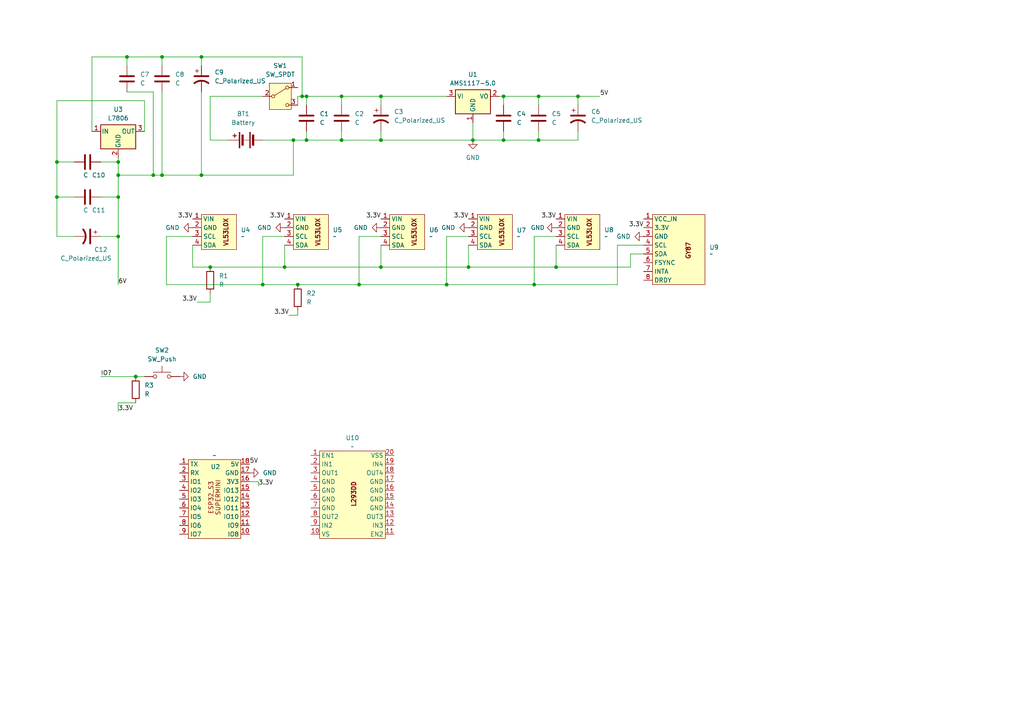
<source format=kicad_sch>
(kicad_sch (version 20231120) (generator "eeschema") (generator_version "8.0")
  (paper "A4")
  (lib_symbols
    (symbol "Device:Battery" (pin_numbers hide) (pin_names (offset 0) hide)
      (property "Reference" "BT" (at 2.54 2.54 0))
      (property "Value" "Battery" (at 2.54 0 0))
      (symbol "Battery_0_1"
        (rectangle (start -2.286 -1.27) (end 2.286 -1.524) (fill (type outline)))
        (rectangle (start -2.286 1.778) (end 2.286 1.524) (fill (type outline)))
        (rectangle (start -1.524 -2.032) (end 1.524 -2.54) (fill (type outline)))
        (rectangle (start -1.524 1.016) (end 1.524 0.508) (fill (type outline)))
        (polyline (pts (xy 0 -1.016) (xy 0 -0.762)))
        (polyline (pts (xy 0 -0.508) (xy 0 -0.254)))
        (polyline (pts (xy 0 0) (xy 0 0.254)))
        (polyline (pts (xy 0 1.778) (xy 0 2.54)))
        (polyline (pts (xy 0.762 3.048) (xy 1.778 3.048)) (stroke (width 0.254)))
        (polyline (pts (xy 1.27 3.556) (xy 1.27 2.54)) (stroke (width 0.254)))
      )
      (symbol "Battery_1_1"
        (pin passive line (at 0 5.08 270) (length 2.54) (name "+") (number "1"))
        (pin passive line (at 0 -5.08 90) (length 2.54) (name "-") (number "2"))
      )
    )
    (symbol "Device:C" (pin_numbers hide) (pin_names (offset 0.254))
      (property "Reference" "C" (at 0.635 2.54 0))
      (property "Value" "C" (at 0.635 -2.54 0))
      (symbol "C_0_1"
        (polyline (pts (xy -2.032 -0.762) (xy 2.032 -0.762)) (stroke (width 0.508)))
        (polyline (pts (xy -2.032 0.762) (xy 2.032 0.762)) (stroke (width 0.508)))
      )
      (symbol "C_1_1"
        (pin passive line (at 0 3.81 270) (length 2.794) (name "~") (number "1"))
        (pin passive line (at 0 -3.81 90) (length 2.794) (name "~") (number "2"))
      )
    )
    (symbol "Device:C_Polarized_US" (pin_numbers hide) (pin_names (offset 0.254) hide)
      (property "Reference" "C" (at 0.635 2.54 0))
      (property "Value" "C_Polarized_US" (at 0.635 -2.54 0))
      (symbol "C_Polarized_US_0_1"
        (polyline (pts (xy -2.032 0.762) (xy 2.032 0.762)) (stroke (width 0.508)))
        (polyline (pts (xy -1.778 2.286) (xy -0.762 2.286)))
        (polyline (pts (xy -1.27 1.778) (xy -1.27 2.794)))
        (arc (start 2.032 -1.27) (mid 0 -0.5572) (end -2.032 -1.27) (stroke (width 0.508)))
      )
      (symbol "C_Polarized_US_1_1"
        (pin passive line (at 0 3.81 270) (length 2.794) (name "~") (number "1"))
        (pin passive line (at 0 -3.81 90) (length 3.302) (name "~") (number "2"))
      )
    )
    (symbol "Device:R" (pin_numbers hide) (pin_names (offset 0))
      (property "Reference" "R" (at 2.032 0 90))
      (property "Value" "R" (at 0 0 90))
      (symbol "R_0_1"
        (rectangle (start -1.016 -2.54) (end 1.016 2.54) (stroke (width 0.254)))
      )
      (symbol "R_1_1"
        (pin passive line (at 0 3.81 270) (length 1.27) (name "~") (number "1"))
        (pin passive line (at 0 -3.81 90) (length 1.27) (name "~") (number "2"))
      )
    )
    (symbol "GY87:GY87"
      (property "Reference" "U" (at 12.446 -0.508 0))
      (symbol "GY87_0_0"
        (pin input line (at 0 0 0) (length 2.54) (name "VCC_IN") (number "1"))
        (pin input line (at 0 -2.54 0) (length 2.54) (name "3.3V") (number "2"))
        (pin input line (at 0 -5.08 0) (length 2.54) (name "GND") (number "3"))
        (pin input line (at 0 -7.62 0) (length 2.54) (name "SCL") (number "4"))
        (pin input line (at 0 -10.16 0) (length 2.54) (name "SDA") (number "5"))
        (pin input line (at 0 -12.7 0) (length 2.54) (name "FSYNC") (number "6"))
        (pin input line (at 0 -15.24 0) (length 2.54) (name "INTA") (number "7"))
        (pin input line (at 0 -17.78 0) (length 2.54) (name "DRDY") (number "8"))
      )
      (symbol "GY87_1_1"
        (rectangle (start 2.54 1.27) (end 17.78 -19.05) (fill (type background)))
        (text "GY87\n" (at 12.954 -9.144 900) (effects (font (size 1.27 1.27) (thickness 0.254) (bold yes))))
      )
    )
    (symbol "L293DD:L293DD"
      (property "Reference" "U" (at 12.192 -0.508 0))
      (symbol "L293DD_0_0"
        (pin input line (at 0 0 0) (length 2.54) (name "EN1") (number "1"))
        (pin input line (at 0 -22.86 0) (length 2.54) (name "VS") (number "10"))
        (pin input line (at 24.13 -22.86 180) (length 2.54) (name "EN2") (number "11"))
        (pin input line (at 24.13 -20.32 180) (length 2.54) (name "IN3") (number "12"))
        (pin input line (at 24.13 -17.78 180) (length 2.54) (name "OUT3") (number "13"))
        (pin input line (at 24.13 -15.24 180) (length 2.54) (name "GND") (number "14"))
        (pin input line (at 24.13 -12.7 180) (length 2.54) (name "GND") (number "15"))
        (pin input line (at 24.13 -10.16 180) (length 2.54) (name "GND") (number "16"))
        (pin input line (at 24.13 -7.62 180) (length 2.54) (name "GND") (number "17"))
        (pin input line (at 24.13 -5.08 180) (length 2.54) (name "OUT4") (number "18"))
        (pin input line (at 24.13 -2.54 180) (length 2.54) (name "IN4") (number "19"))
        (pin input line (at 0 -2.54 0) (length 2.54) (name "IN1") (number "2"))
        (pin input line (at 24.13 0 180) (length 2.54) (name "VSS") (number "20"))
        (pin input line (at 0 -5.08 0) (length 2.54) (name "OUT1") (number "3"))
        (pin input line (at 0 -7.62 0) (length 2.54) (name "GND") (number "4"))
        (pin input line (at 0 -10.16 0) (length 2.54) (name "GND") (number "5"))
        (pin input line (at 0 -12.7 0) (length 2.54) (name "GND") (number "6"))
        (pin input line (at 0 -15.24 0) (length 2.54) (name "GND") (number "7"))
        (pin input line (at 0 -17.78 0) (length 2.54) (name "OUT2") (number "8"))
        (pin input line (at 0 -20.32 0) (length 2.54) (name "IN2") (number "9"))
      )
      (symbol "L293DD_1_1"
        (rectangle (start 2.54 1.27) (end 21.59 -24.13) (fill (type background)))
        (text "L293DD" (at 12.446 -11.176 900) (effects (font (size 1.27 1.27) (thickness 0.254) (bold yes))))
      )
    )
    (symbol "Regulator_Linear:AMS1117-5.0"
      (property "Reference" "U" (at -3.81 3.175 0))
      (property "Value" "AMS1117-5.0" (at 0 3.175 0))
      (symbol "AMS1117-5.0_0_1"
        (rectangle (start -5.08 -5.08) (end 5.08 1.905) (stroke (width 0.254)) (fill (type background)))
      )
      (symbol "AMS1117-5.0_1_1"
        (pin power_in line (at 0 -7.62 90) (length 2.54) (name "GND") (number "1"))
        (pin power_out line (at 7.62 0 180) (length 2.54) (name "VO") (number "2"))
        (pin power_in line (at -7.62 0 0) (length 2.54) (name "VI") (number "3"))
      )
    )
    (symbol "Regulator_Linear:L7806" (pin_names (offset 0.254))
      (property "Reference" "U" (at -3.81 3.175 0))
      (property "Value" "L7806" (at 0 3.175 0))
      (symbol "L7806_0_1"
        (rectangle (start -5.08 1.905) (end 5.08 -5.08) (stroke (width 0.254)) (fill (type background)))
      )
      (symbol "L7806_1_1"
        (pin power_in line (at -7.62 0 0) (length 2.54) (name "IN") (number "1"))
        (pin power_in line (at 0 -7.62 90) (length 2.54) (name "GND") (number "2"))
        (pin power_out line (at 7.62 0 180) (length 2.54) (name "OUT") (number "3"))
      )
    )
    (symbol "Switch:SW_Push" (pin_numbers hide) (pin_names (offset 1.016) hide)
      (property "Reference" "SW" (at 1.27 2.54 0))
      (property "Value" "SW_Push" (at 0 -1.524 0))
      (symbol "SW_Push_0_1"
        (circle (center -2.032 0) (radius 0.508))
        (polyline (pts (xy 0 1.27) (xy 0 3.048)))
        (polyline (pts (xy 2.54 1.27) (xy -2.54 1.27)))
        (circle (center 2.032 0) (radius 0.508))
        (pin passive line (at -5.08 0 0) (length 2.54) (name "1") (number "1"))
        (pin passive line (at 5.08 0 180) (length 2.54) (name "2") (number "2"))
      )
    )
    (symbol "Switch:SW_SPDT" (pin_names (offset 0) hide)
      (property "Reference" "SW" (at 0 5.08 0))
      (property "Value" "SW_SPDT" (at 0 -5.08 0))
      (symbol "SW_SPDT_0_1"
        (circle (center -2.032 0) (radius 0.4572))
        (polyline (pts (xy -1.651 0.254) (xy 1.651 2.286)))
        (circle (center 2.032 -2.54) (radius 0.4572))
        (circle (center 2.032 2.54) (radius 0.4572))
      )
      (symbol "SW_SPDT_1_1"
        (rectangle (start -3.175 3.81) (end 3.175 -3.81) (fill (type background)))
        (pin passive line (at 5.08 2.54 180) (length 2.54) (name "A") (number "1"))
        (pin passive line (at -5.08 0 0) (length 2.54) (name "B") (number "2"))
        (pin passive line (at 5.08 -2.54 180) (length 2.54) (name "C") (number "3"))
      )
    )
    (symbol "VL53L0X_ToF_Sensor_sym:VL53L0X_ToF_Sensor"
      (property "Reference" "U" (at 7.62 0 0))
      (symbol "VL53L0X_ToF_Sensor_0_0"
        (pin input line (at 0 0 0) (length 2.54) (name "VIN") (number "1"))
        (pin input line (at 0 -2.54 0) (length 2.54) (name "GND") (number "2"))
        (pin input line (at 0 -5.08 0) (length 2.54) (name "SCL") (number "3"))
        (pin input line (at 0 -7.62 0) (length 2.54) (name "SDA") (number "4"))
      )
      (symbol "VL53L0X_ToF_Sensor_1_1"
        (rectangle (start 2.54 1.27) (end 12.7 -8.89) (fill (type background)))
        (text "VL53L0X" (at 9.652 -3.81 900) (effects (font (size 1.27 1.27) (thickness 0.254) (bold yes))))
      )
    )
    (symbol "esp32s3_supermini:Esp32_s3_supermini"
      (property "Reference" "U" (at 0 13.716 0))
      (symbol "Esp32_s3_supermini_1_1"
        (rectangle (start -7.62 10.16) (end 7.62 -12.7) (fill (type background)))
        (text "ESP32_S3\nSUPERMINI\n" (at 0 -0.762 900) (effects (font (size 1.27 1.27))))
        (pin input line (at -10.16 8.89 0) (length 2.54) (name "TX") (number "1"))
        (pin input line (at 10.16 -11.43 180) (length 2.54) (name "IO8") (number "10"))
        (pin input line (at 10.16 -8.89 180) (length 2.54) (name "IO9") (number "11"))
        (pin input line (at 10.16 -6.35 180) (length 2.54) (name "IO10") (number "12"))
        (pin input line (at 10.16 -3.81 180) (length 2.54) (name "IO11") (number "13"))
        (pin input line (at 10.16 -1.27 180) (length 2.54) (name "IO12") (number "14"))
        (pin input line (at 10.16 1.27 180) (length 2.54) (name "IO13") (number "15"))
        (pin input line (at 10.16 3.81 180) (length 2.54) (name "3V3") (number "16"))
        (pin input line (at 10.16 6.35 180) (length 2.54) (name "GND") (number "17"))
        (pin input line (at 10.16 8.89 180) (length 2.54) (name "5V") (number "18"))
        (pin input line (at -10.16 6.35 0) (length 2.54) (name "RX") (number "2"))
        (pin input line (at -10.16 3.81 0) (length 2.54) (name "IO1") (number "3"))
        (pin input line (at -10.16 1.27 0) (length 2.54) (name "IO2") (number "4"))
        (pin input line (at -10.16 -1.27 0) (length 2.54) (name "IO3") (number "5"))
        (pin input line (at -10.16 -3.81 0) (length 2.54) (name "IO4") (number "6"))
        (pin input line (at -10.16 -6.35 0) (length 2.54) (name "IO5") (number "7"))
        (pin input line (at -10.16 -8.89 0) (length 2.54) (name "IO6") (number "8"))
        (pin input line (at -10.16 -11.43 0) (length 2.54) (name "IO7") (number "9"))
      )
    )
    (symbol "power:GND" (power) (pin_numbers hide) (pin_names (offset 0) hide)
      (property "Value" "GND" (at 0 -3.81 0))
      (symbol "GND_0_1"
        (polyline (pts (xy 0 0) (xy 0 -1.27) (xy 1.27 -1.27) (xy 0 -2.54) (xy -1.27 -1.27) (xy 0 -1.27)))
      )
      (symbol "GND_1_1"
        (pin power_in line (at 0 0 270) (length 0) (name "~") (number "1"))
      )
    )
  )
  (junction (at 110.49 27.94))
  (junction (at 167.64 27.94))
  (junction (at 99.06 40.64))
  (junction (at 82.55 77.47))
  (junction (at 129.54 82.55))
  (junction (at 58.42 16.51))
  (junction (at 137.16 40.64))
  (junction (at 44.45 50.8))
  (junction (at 135.89 77.47))
  (junction (at 46.99 16.51))
  (junction (at 88.9 40.64))
  (junction (at 34.29 46.99))
  (junction (at 161.29 77.47))
  (junction (at 85.09 40.64))
  (junction (at 58.42 50.8))
  (junction (at 34.29 68.58))
  (junction (at 39.37 109.22))
  (junction (at 76.2 82.55))
  (junction (at 34.29 50.8))
  (junction (at 16.51 57.15))
  (junction (at 146.05 27.94))
  (junction (at 156.21 40.64))
  (junction (at 88.9 27.94))
  (junction (at 36.83 16.51))
  (junction (at 154.94 82.55))
  (junction (at 46.99 50.8))
  (junction (at 146.05 40.64))
  (junction (at 60.96 77.47))
  (junction (at 104.14 82.55))
  (junction (at 34.29 57.15))
  (junction (at 99.06 27.94))
  (junction (at 110.49 40.64))
  (junction (at 87.63 27.94))
  (junction (at 110.49 77.47))
  (junction (at 16.51 46.99))
  (junction (at 86.36 82.55))
  (junction (at 156.21 27.94))
  (wire (pts (xy 86.36 82.55) (xy 104.14 82.55)))
  (wire (pts (xy 34.29 50.8) (xy 44.45 50.8)))
  (wire (pts (xy 39.37 109.22) (xy 41.91 109.22)))
  (wire (pts (xy 85.09 40.64) (xy 88.9 40.64)))
  (wire (pts (xy 156.21 27.94) (xy 167.64 27.94)))
  (wire (pts (xy 34.29 119.38) (xy 34.29 116.84)))
  (wire (pts (xy 129.54 68.58) (xy 135.89 68.58)))
  (wire (pts (xy 82.55 71.12) (xy 82.55 77.47)))
  (wire (pts (xy 57.15 87.63) (xy 60.96 87.63)))
  (wire (pts (xy 34.29 46.99) (xy 34.29 50.8)))
  (wire (pts (xy 99.06 38.1) (xy 99.06 40.64)))
  (wire (pts (xy 87.63 27.94) (xy 88.9 27.94)))
  (wire (pts (xy 76.2 40.64) (xy 85.09 40.64)))
  (wire (pts (xy 88.9 38.1) (xy 88.9 40.64)))
  (wire (pts (xy 110.49 27.94) (xy 110.49 30.48)))
  (wire (pts (xy 167.64 27.94) (xy 167.64 30.48)))
  (wire (pts (xy 104.14 82.55) (xy 129.54 82.55)))
  (wire (pts (xy 36.83 26.67) (xy 44.45 26.67)))
  (wire (pts (xy 34.29 50.8) (xy 34.29 57.15)))
  (wire (pts (xy 60.96 87.63) (xy 60.96 85.09)))
  (wire (pts (xy 104.14 82.55) (xy 104.14 68.58)))
  (wire (pts (xy 44.45 26.67) (xy 44.45 50.8)))
  (wire (pts (xy 144.78 27.94) (xy 146.05 27.94)))
  (wire (pts (xy 87.63 16.51) (xy 87.63 27.94)))
  (wire (pts (xy 129.54 82.55) (xy 129.54 68.58)))
  (wire (pts (xy 16.51 29.21) (xy 16.51 46.99)))
  (wire (pts (xy 36.83 16.51) (xy 36.83 19.05)))
  (wire (pts (xy 110.49 71.12) (xy 110.49 77.47)))
  (wire (pts (xy 29.21 57.15) (xy 34.29 57.15)))
  (wire (pts (xy 46.99 26.67) (xy 46.99 50.8)))
  (wire (pts (xy 110.49 40.64) (xy 137.16 40.64)))
  (wire (pts (xy 60.96 40.64) (xy 60.96 27.94)))
  (wire (pts (xy 58.42 50.8) (xy 85.09 50.8)))
  (wire (pts (xy 34.29 68.58) (xy 34.29 82.55)))
  (wire (pts (xy 36.83 16.51) (xy 26.67 16.51)))
  (wire (pts (xy 99.06 27.94) (xy 110.49 27.94)))
  (wire (pts (xy 167.64 27.94) (xy 173.99 27.94)))
  (wire (pts (xy 154.94 82.55) (xy 154.94 68.58)))
  (wire (pts (xy 76.2 82.55) (xy 86.36 82.55)))
  (wire (pts (xy 34.29 57.15) (xy 34.29 68.58)))
  (wire (pts (xy 135.89 71.12) (xy 135.89 77.47)))
  (wire (pts (xy 16.51 68.58) (xy 21.59 68.58)))
  (wire (pts (xy 129.54 82.55) (xy 154.94 82.55)))
  (wire (pts (xy 179.07 82.55) (xy 179.07 71.12)))
  (wire (pts (xy 146.05 40.64) (xy 156.21 40.64)))
  (wire (pts (xy 182.88 77.47) (xy 182.88 73.66)))
  (wire (pts (xy 46.99 50.8) (xy 58.42 50.8)))
  (wire (pts (xy 41.91 29.21) (xy 16.51 29.21)))
  (wire (pts (xy 88.9 27.94) (xy 99.06 27.94)))
  (wire (pts (xy 16.51 46.99) (xy 21.59 46.99)))
  (wire (pts (xy 83.82 91.44) (xy 86.36 91.44)))
  (wire (pts (xy 29.21 68.58) (xy 34.29 68.58)))
  (wire (pts (xy 29.21 109.22) (xy 39.37 109.22)))
  (wire (pts (xy 74.93 140.97) (xy 74.93 139.7)))
  (wire (pts (xy 16.51 57.15) (xy 16.51 68.58)))
  (wire (pts (xy 34.29 116.84) (xy 39.37 116.84)))
  (wire (pts (xy 146.05 38.1) (xy 146.05 40.64)))
  (wire (pts (xy 167.64 38.1) (xy 167.64 40.64)))
  (wire (pts (xy 48.26 68.58) (xy 48.26 82.55)))
  (wire (pts (xy 86.36 30.48) (xy 86.36 27.94)))
  (wire (pts (xy 110.49 27.94) (xy 129.54 27.94)))
  (wire (pts (xy 161.29 77.47) (xy 182.88 77.47)))
  (wire (pts (xy 55.88 77.47) (xy 60.96 77.47)))
  (wire (pts (xy 46.99 16.51) (xy 36.83 16.51)))
  (wire (pts (xy 55.88 68.58) (xy 48.26 68.58)))
  (wire (pts (xy 46.99 16.51) (xy 46.99 19.05)))
  (wire (pts (xy 48.26 82.55) (xy 76.2 82.55)))
  (wire (pts (xy 110.49 77.47) (xy 135.89 77.47)))
  (wire (pts (xy 154.94 82.55) (xy 179.07 82.55)))
  (wire (pts (xy 16.51 46.99) (xy 16.51 57.15)))
  (wire (pts (xy 76.2 68.58) (xy 82.55 68.58)))
  (wire (pts (xy 26.67 16.51) (xy 26.67 38.1)))
  (wire (pts (xy 60.96 27.94) (xy 76.2 27.94)))
  (wire (pts (xy 58.42 26.67) (xy 58.42 50.8)))
  (wire (pts (xy 55.88 71.12) (xy 55.88 77.47)))
  (wire (pts (xy 82.55 77.47) (xy 110.49 77.47)))
  (wire (pts (xy 58.42 16.51) (xy 58.42 19.05)))
  (wire (pts (xy 88.9 40.64) (xy 99.06 40.64)))
  (wire (pts (xy 146.05 27.94) (xy 146.05 30.48)))
  (wire (pts (xy 44.45 50.8) (xy 46.99 50.8)))
  (wire (pts (xy 41.91 38.1) (xy 41.91 29.21)))
  (wire (pts (xy 58.42 16.51) (xy 87.63 16.51)))
  (wire (pts (xy 86.36 91.44) (xy 86.36 90.17)))
  (wire (pts (xy 88.9 27.94) (xy 88.9 30.48)))
  (wire (pts (xy 99.06 40.64) (xy 110.49 40.64)))
  (wire (pts (xy 179.07 71.12) (xy 186.69 71.12)))
  (wire (pts (xy 29.21 46.99) (xy 34.29 46.99)))
  (wire (pts (xy 104.14 68.58) (xy 110.49 68.58)))
  (wire (pts (xy 99.06 27.94) (xy 99.06 30.48)))
  (wire (pts (xy 110.49 38.1) (xy 110.49 40.64)))
  (wire (pts (xy 156.21 27.94) (xy 156.21 30.48)))
  (wire (pts (xy 146.05 27.94) (xy 156.21 27.94)))
  (wire (pts (xy 86.36 27.94) (xy 87.63 27.94)))
  (wire (pts (xy 60.96 40.64) (xy 66.04 40.64)))
  (wire (pts (xy 137.16 40.64) (xy 146.05 40.64)))
  (wire (pts (xy 58.42 16.51) (xy 46.99 16.51)))
  (wire (pts (xy 74.93 139.7) (xy 72.39 139.7)))
  (wire (pts (xy 154.94 68.58) (xy 161.29 68.58)))
  (wire (pts (xy 16.51 57.15) (xy 21.59 57.15)))
  (wire (pts (xy 60.96 77.47) (xy 82.55 77.47)))
  (wire (pts (xy 137.16 40.64) (xy 137.16 35.56)))
  (wire (pts (xy 76.2 68.58) (xy 76.2 82.55)))
  (wire (pts (xy 156.21 40.64) (xy 167.64 40.64)))
  (wire (pts (xy 182.88 73.66) (xy 186.69 73.66)))
  (wire (pts (xy 85.09 40.64) (xy 85.09 50.8)))
  (wire (pts (xy 34.29 45.72) (xy 34.29 46.99)))
  (wire (pts (xy 135.89 77.47) (xy 161.29 77.47)))
  (wire (pts (xy 156.21 38.1) (xy 156.21 40.64)))
  (wire (pts (xy 161.29 77.47) (xy 161.29 71.12)))
  (label "6V" (at 34.29 82.55 0))
  (label "IO?" (at 29.21 109.22 0))
  (label "3.3V" (at 135.89 63.5 180))
  (label "3.3V" (at 55.88 63.5 180))
  (label "5V" (at 173.99 27.94 0))
  (label "5V" (at 72.39 134.62 0))
  (label "3.3V" (at 186.69 66.04 180))
  (label "3.3V" (at 34.29 119.38 0))
  (label "3.3V" (at 57.15 87.63 180))
  (label "3.3V" (at 83.82 91.44 180))
  (label "3.3V" (at 161.29 63.5 180))
  (label "3.3V" (at 82.55 63.5 180))
  (label "3.3V" (at 74.93 140.97 0))
  (label "3.3V" (at 110.49 63.5 180))
  (symbol (lib_id "Device:C") (at 25.4 46.99 270) (unit 1)
    (property "Reference" "C10" (at 26.6701 50.8 90) (effects (justify left)))
    (property "Value" "C" (at 24.1301 50.8 90) (effects (justify left)))
    (property "Description" "Unpolarized capacitor" (effects (hide yes)))
  )
  (symbol (lib_id "power:GND") (at 110.49 66.04 270) (unit 1)
    (property "Reference" "#PWR5" (effects (hide yes)))
    (property "Value" "GND" (at 106.68 66.0399 90) (effects (justify right)))
    (property "Description" "Power symbol creates a global label with name \"GND\" , ground" (effects (hide yes)))
  )
  (symbol (lib_id "Regulator_Linear:L7806") (at 34.29 38.1 0) (unit 1)
    (property "Reference" "U3" (at 34.29 31.75 0))
    (property "Value" "L7806" (at 34.29 34.29 0))
    (property "Footprint" "Package_TO_SOT_THT:TO-220-3_Vertical" (effects (hide yes)))
    (property "Datasheet" "http://www.st.com/content/ccc/resource/technical/document/datasheet/41/4f/b3/b0/12/d4/47/88/CD00000444.pdf/files/CD00000444.pdf/jcr:content/translations/en.CD00000444.pdf" (effects (hide yes)))
    (property "Description" "Positive 1.5A 35V Linear Regulator, Fixed Output 6V, TO-220/TO-263/TO-252" (effects (hide yes)))
  )
  (symbol (lib_id "VL53L0X_ToF_Sensor_sym:VL53L0X_ToF_Sensor") (at 110.49 63.5 0) (unit 1)
    (property "Reference" "U6" (at 124.46 66.6749 0) (effects (justify left)))
    (property "Value" "~" (at 124.46 68.58 0) (effects (justify left)))
    (property "Footprint" "VL53L0X_ToF_Sensor:VL53L0X ToF Sensor" (effects (hide yes)))
  )
  (symbol (lib_id "Switch:SW_SPDT") (at 81.28 27.94 0) (unit 1)
    (property "Reference" "SW1" (at 81.28 19.05 0))
    (property "Value" "SW_SPDT" (at 81.28 21.59 0))
    (property "Description" "Switch, single pole double throw" (effects (hide yes)))
  )
  (symbol (lib_id "Device:C") (at 146.05 34.29 0) (unit 1)
    (property "Reference" "C4" (at 149.86 33.0199 0) (effects (justify left)))
    (property "Value" "C" (at 149.86 35.5599 0) (effects (justify left)))
    (property "Description" "Unpolarized capacitor" (effects (hide yes)))
  )
  (symbol (lib_id "power:GND") (at 55.88 66.04 270) (unit 1)
    (property "Reference" "#PWR3" (effects (hide yes)))
    (property "Value" "GND" (at 52.07 66.0399 90) (effects (justify right)))
    (property "Description" "Power symbol creates a global label with name \"GND\" , ground" (effects (hide yes)))
  )
  (symbol (lib_id "Device:C") (at 88.9 34.29 0) (unit 1)
    (property "Reference" "C1" (at 92.71 33.0199 0) (effects (justify left)))
    (property "Value" "C" (at 92.71 35.5599 0) (effects (justify left)))
    (property "Description" "Unpolarized capacitor" (effects (hide yes)))
  )
  (symbol (lib_id "Device:Battery") (at 71.12 40.64 90) (unit 1)
    (property "Reference" "BT1" (at 70.5485 33.02 90))
    (property "Value" "Battery" (at 70.5485 35.56 90))
    (property "Description" "Multiple-cell battery" (effects (hide yes)))
  )
  (symbol (lib_id "VL53L0X_ToF_Sensor_sym:VL53L0X_ToF_Sensor") (at 135.89 63.5 0) (unit 1)
    (property "Reference" "U7" (at 149.86 66.802 0) (effects (justify left)))
    (property "Value" "~" (at 149.86 68.58 0) (effects (justify left)))
    (property "Footprint" "VL53L0X_ToF_Sensor:VL53L0X ToF Sensor" (effects (hide yes)))
  )
  (symbol (lib_id "Regulator_Linear:AMS1117-5.0") (at 137.16 27.94 0) (unit 1)
    (property "Reference" "U1" (at 137.16 21.59 0))
    (property "Value" "AMS1117-5.0" (at 137.16 24.13 0))
    (property "Footprint" "Package_TO_SOT_SMD:SOT-223-3_TabPin2" (effects (hide yes)))
    (property "Datasheet" "http://www.advanced-monolithic.com/pdf/ds1117.pdf" (effects (hide yes)))
    (property "Description" "1A Low Dropout regulator, positive, 5.0V fixed output, SOT-223" (effects (hide yes)))
  )
  (symbol (lib_id "power:GND") (at 52.07 109.22 90) (mirror x) (unit 1)
    (property "Reference" "#PWR9" (effects (hide yes)))
    (property "Value" "GND" (at 55.88 109.2199 90) (effects (justify right)))
    (property "Description" "Power symbol creates a global label with name \"GND\" , ground" (effects (hide yes)))
  )
  (symbol (lib_id "Switch:SW_Push") (at 46.99 109.22 0) (unit 1)
    (property "Reference" "SW2" (at 46.99 101.6 0))
    (property "Value" "SW_Push" (at 46.99 104.14 0))
    (property "Description" "Push button switch, generic, two pins" (effects (hide yes)))
  )
  (symbol (lib_id "VL53L0X_ToF_Sensor_sym:VL53L0X_ToF_Sensor") (at 55.88 63.5 0) (unit 1)
    (property "Reference" "U4" (at 69.85 66.6749 0) (effects (justify left)))
    (property "Value" "~" (at 69.85 68.58 0) (effects (justify left)))
    (property "Footprint" "VL53L0X_ToF_Sensor:VL53L0X ToF Sensor" (effects (hide yes)))
  )
  (symbol (lib_id "VL53L0X_ToF_Sensor_sym:VL53L0X_ToF_Sensor") (at 161.29 63.5 0) (unit 1)
    (property "Reference" "U8" (at 175.26 66.6749 0) (effects (justify left)))
    (property "Value" "~" (at 175.26 68.58 0) (effects (justify left)))
    (property "Footprint" "VL53L0X_ToF_Sensor:VL53L0X ToF Sensor" (effects (hide yes)))
  )
  (symbol (lib_id "L293DD:L293DD") (at 90.17 132.08 0) (unit 1)
    (property "Reference" "U10" (at 102.235 127 0))
    (property "Value" "~" (at 102.235 129.54 0))
    (property "Footprint" "Package_SO:SOP-20_7.5x12.8mm_P1.27mm" (effects (hide yes)))
  )
  (symbol (lib_id "VL53L0X_ToF_Sensor_sym:VL53L0X_ToF_Sensor") (at 82.55 63.5 0) (unit 1)
    (property "Reference" "U5" (at 96.52 66.6749 0) (effects (justify left)))
    (property "Value" "~" (at 96.52 68.58 0) (effects (justify left)))
    (property "Footprint" "VL53L0X_ToF_Sensor:VL53L0X ToF Sensor" (effects (hide yes)))
  )
  (symbol (lib_id "power:GND") (at 72.39 137.16 90) (mirror x) (unit 1)
    (property "Reference" "#PWR8" (effects (hide yes)))
    (property "Value" "GND" (at 76.2 137.1599 90) (effects (justify right)))
    (property "Description" "Power symbol creates a global label with name \"GND\" , ground" (effects (hide yes)))
  )
  (symbol (lib_id "Device:C") (at 36.83 22.86 0) (unit 1)
    (property "Reference" "C7" (at 40.64 21.5899 0) (effects (justify left)))
    (property "Value" "C" (at 40.64 24.1299 0) (effects (justify left)))
    (property "Description" "Unpolarized capacitor" (effects (hide yes)))
  )
  (symbol (lib_id "power:GND") (at 82.55 66.04 270) (unit 1)
    (property "Reference" "#PWR4" (effects (hide yes)))
    (property "Value" "GND" (at 78.74 66.0399 90) (effects (justify right)))
    (property "Description" "Power symbol creates a global label with name \"GND\" , ground" (effects (hide yes)))
  )
  (symbol (lib_id "power:GND") (at 186.69 68.58 270) (unit 1)
    (property "Reference" "#PWR2" (effects (hide yes)))
    (property "Value" "GND" (at 182.88 68.5799 90) (effects (justify right)))
    (property "Description" "Power symbol creates a global label with name \"GND\" , ground" (effects (hide yes)))
  )
  (symbol (lib_id "Device:C_Polarized_US") (at 167.64 34.29 0) (unit 1)
    (property "Reference" "C6" (at 171.45 32.3849 0) (effects (justify left)))
    (property "Value" "C_Polarized_US" (at 171.45 34.9249 0) (effects (justify left)))
    (property "Description" "Polarized capacitor, US symbol" (effects (hide yes)))
  )
  (symbol (lib_id "Device:C_Polarized_US") (at 25.4 68.58 270) (unit 1)
    (property "Reference" "C12" (at 27.3051 72.39 90) (effects (justify left)))
    (property "Value" "C_Polarized_US" (at 17.526 74.93 90) (effects (justify left)))
    (property "Description" "Polarized capacitor, US symbol" (effects (hide yes)))
  )
  (symbol (lib_id "Device:C_Polarized_US") (at 110.49 34.29 0) (unit 1)
    (property "Reference" "C3" (at 114.3 32.3849 0) (effects (justify left)))
    (property "Value" "C_Polarized_US" (at 114.3 34.9249 0) (effects (justify left)))
    (property "Description" "Polarized capacitor, US symbol" (effects (hide yes)))
  )
  (symbol (lib_id "Device:C") (at 156.21 34.29 0) (unit 1)
    (property "Reference" "C5" (at 160.02 33.0199 0) (effects (justify left)))
    (property "Value" "C" (at 160.02 35.5599 0) (effects (justify left)))
    (property "Description" "Unpolarized capacitor" (effects (hide yes)))
  )
  (symbol (lib_id "Device:C_Polarized_US") (at 58.42 22.86 0) (unit 1)
    (property "Reference" "C9" (at 62.23 20.9549 0) (effects (justify left)))
    (property "Value" "C_Polarized_US" (at 62.23 23.4949 0) (effects (justify left)))
    (property "Description" "Polarized capacitor, US symbol" (effects (hide yes)))
  )
  (symbol (lib_id "Device:C") (at 46.99 22.86 0) (unit 1)
    (property "Reference" "C8" (at 50.8 21.5899 0) (effects (justify left)))
    (property "Value" "C" (at 50.8 24.1299 0) (effects (justify left)))
    (property "Description" "Unpolarized capacitor" (effects (hide yes)))
  )
  (symbol (lib_id "esp32s3_supermini:Esp32_s3_supermini") (at 62.23 143.51 0) (unit 1)
    (property "Reference" "U2" (at 62.484 135.382 0))
    (property "Value" "~" (at 62.23 132.08 0))
    (property "Footprint" "Esp32_s3_supermini:Esp32_S3_Supermini" (effects (hide yes)))
  )
  (symbol (lib_id "power:GND") (at 135.89 66.04 270) (unit 1)
    (property "Reference" "#PWR6" (effects (hide yes)))
    (property "Value" "GND" (at 132.08 66.0399 90) (effects (justify right)))
    (property "Description" "Power symbol creates a global label with name \"GND\" , ground" (effects (hide yes)))
  )
  (symbol (lib_id "Device:R") (at 86.36 86.36 180) (unit 1)
    (property "Reference" "R2" (at 88.9 85.0899 0) (effects (justify right)))
    (property "Value" "R" (at 88.9 87.6299 0) (effects (justify right)))
    (property "Description" "Resistor" (effects (hide yes)))
  )
  (symbol (lib_id "Device:R") (at 60.96 81.28 0) (unit 1)
    (property "Reference" "R1" (at 63.5 80.0099 0) (effects (justify left)))
    (property "Value" "R" (at 63.5 82.5499 0) (effects (justify left)))
    (property "Description" "Resistor" (effects (hide yes)))
  )
  (symbol (lib_id "GY87:GY87") (at 186.69 63.5 0) (unit 1)
    (property "Reference" "U9" (at 205.74 71.7549 0) (effects (justify left)))
    (property "Value" "~" (at 205.74 73.66 0) (effects (justify left)))
    (property "Footprint" "GY87:GY87" (effects (hide yes)))
  )
  (symbol (lib_id "Device:C") (at 99.06 34.29 0) (unit 1)
    (property "Reference" "C2" (at 102.87 33.0199 0) (effects (justify left)))
    (property "Value" "C" (at 102.87 35.5599 0) (effects (justify left)))
    (property "Description" "Unpolarized capacitor" (effects (hide yes)))
  )
  (symbol (lib_id "Device:C") (at 25.4 57.15 270) (unit 1)
    (property "Reference" "C11" (at 26.6701 60.96 90) (effects (justify left)))
    (property "Value" "C" (at 24.1301 60.96 90) (effects (justify left)))
    (property "Description" "Unpolarized capacitor" (effects (hide yes)))
  )
  (symbol (lib_id "Device:R") (at 39.37 113.03 0) (unit 1)
    (property "Reference" "R3" (at 41.91 111.7599 0) (effects (justify left)))
    (property "Value" "R" (at 41.91 114.2999 0) (effects (justify left)))
    (property "Description" "Resistor" (effects (hide yes)))
  )
  (symbol (lib_id "power:GND") (at 161.29 66.04 270) (unit 1)
    (property "Reference" "#PWR7" (effects (hide yes)))
    (property "Value" "GND" (at 157.988 66.04 90) (effects (justify right)))
    (property "Description" "Power symbol creates a global label with name \"GND\" , ground" (effects (hide yes)))
  )
  (symbol (lib_id "power:GND") (at 137.16 40.64 0) (unit 1)
    (property "Reference" "#PWR1" (effects (hide yes)))
    (property "Value" "GND" (at 137.16 45.72 0))
    (property "Description" "Power symbol creates a global label with name \"GND\" , ground" (effects (hide yes)))
  )
)
</source>
